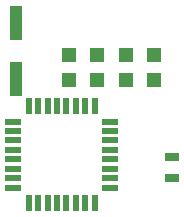
<source format=gtp>
G75*
%MOIN*%
%OFA0B0*%
%FSLAX25Y25*%
%IPPOS*%
%LPD*%
%AMOC8*
5,1,8,0,0,1.08239X$1,22.5*
%
%ADD10R,0.04724X0.03150*%
%ADD11R,0.03937X0.11614*%
%ADD12R,0.04724X0.04724*%
%ADD13R,0.05800X0.02000*%
%ADD14R,0.02000X0.05800*%
D10*
X0070307Y0027340D03*
X0070307Y0034427D03*
D11*
X0018157Y0060235D03*
X0018157Y0079132D03*
D12*
X0035807Y0068167D03*
X0035807Y0059899D03*
X0045307Y0059899D03*
X0045307Y0068167D03*
X0054807Y0068167D03*
X0054807Y0059899D03*
X0064307Y0059899D03*
X0064307Y0068167D03*
D13*
X0049607Y0046133D03*
X0049607Y0043033D03*
X0049607Y0039833D03*
X0049607Y0036733D03*
X0049607Y0033533D03*
X0049607Y0030433D03*
X0049607Y0027233D03*
X0049607Y0024133D03*
X0017207Y0024133D03*
X0017207Y0027233D03*
X0017207Y0030433D03*
X0017207Y0033533D03*
X0017207Y0036733D03*
X0017207Y0039833D03*
X0017207Y0043033D03*
X0017207Y0046133D03*
D14*
X0022407Y0018933D03*
X0025507Y0018933D03*
X0028707Y0018933D03*
X0031807Y0018933D03*
X0035007Y0018933D03*
X0038107Y0018933D03*
X0041307Y0018933D03*
X0044407Y0018933D03*
X0044407Y0051333D03*
X0041307Y0051333D03*
X0038107Y0051333D03*
X0035007Y0051333D03*
X0031807Y0051333D03*
X0028707Y0051333D03*
X0025507Y0051333D03*
X0022407Y0051333D03*
M02*

</source>
